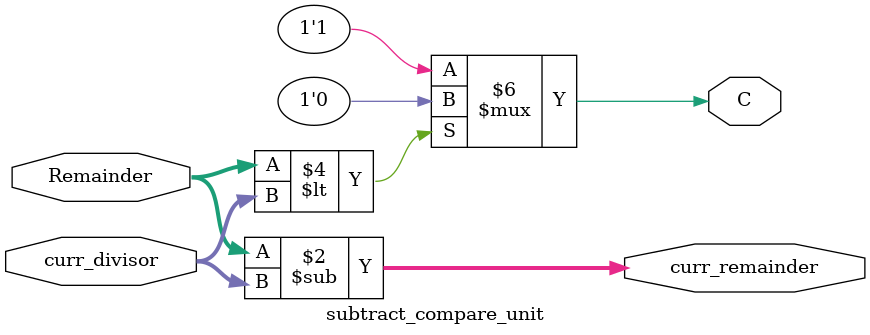
<source format=v>
module subtract_compare_unit(
    input [16:0] Remainder,
    input [15:0] curr_divisor,
    output reg C,
    output reg [16:0] curr_remainder
);


// subtractor 
always @(*) begin
    curr_remainder = Remainder - curr_divisor; 
end

// comparator
always @(*) begin
    if (Remainder < curr_divisor) begin
        C = 0;
    end else begin
        C = 1;
    end
end

endmodule
</source>
